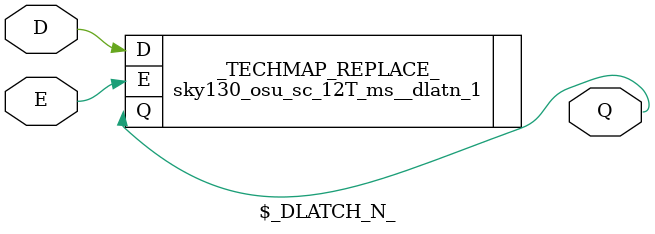
<source format=v>
module $_DLATCH_P_(input E, input D, output Q);
    sky130_osu_sc_12T_ms__dlat_1 _TECHMAP_REPLACE_ (
        .D(D),
        .E(E),
        .Q(Q)
        );
endmodule

module $_DLATCH_N_(input E, input D, output Q);
    sky130_osu_sc_12T_ms__dlatn_1 _TECHMAP_REPLACE_ (
        .D(D),
        .E(E),
        .Q(Q)
        );
endmodule

</source>
